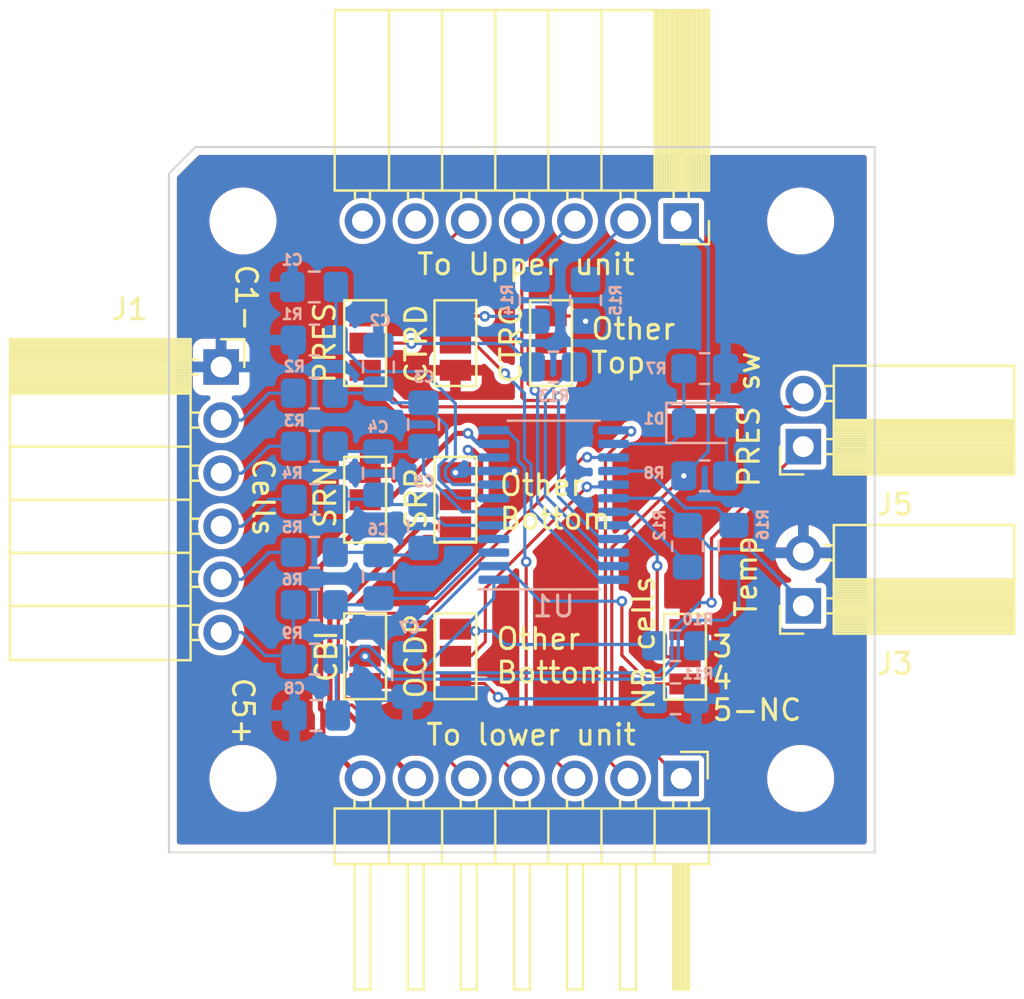
<source format=kicad_pcb>
(kicad_pcb (version 20211014) (generator pcbnew)

  (general
    (thickness 1.6)
  )

  (paper "A4")
  (layers
    (0 "F.Cu" signal)
    (31 "B.Cu" signal)
    (32 "B.Adhes" user "B.Adhesive")
    (33 "F.Adhes" user "F.Adhesive")
    (34 "B.Paste" user)
    (35 "F.Paste" user)
    (36 "B.SilkS" user "B.Silkscreen")
    (37 "F.SilkS" user "F.Silkscreen")
    (38 "B.Mask" user)
    (39 "F.Mask" user)
    (40 "Dwgs.User" user "User.Drawings")
    (41 "Cmts.User" user "User.Comments")
    (42 "Eco1.User" user "User.Eco1")
    (43 "Eco2.User" user "User.Eco2")
    (44 "Edge.Cuts" user)
    (45 "Margin" user)
    (46 "B.CrtYd" user "B.Courtyard")
    (47 "F.CrtYd" user "F.Courtyard")
    (48 "B.Fab" user)
    (49 "F.Fab" user)
    (50 "User.1" user)
    (51 "User.2" user)
    (52 "User.3" user)
    (53 "User.4" user)
    (54 "User.5" user)
    (55 "User.6" user)
    (56 "User.7" user)
    (57 "User.8" user)
    (58 "User.9" user)
  )

  (setup
    (stackup
      (layer "F.SilkS" (type "Top Silk Screen"))
      (layer "F.Paste" (type "Top Solder Paste"))
      (layer "F.Mask" (type "Top Solder Mask") (thickness 0.01))
      (layer "F.Cu" (type "copper") (thickness 0.035))
      (layer "dielectric 1" (type "core") (thickness 1.51) (material "FR4") (epsilon_r 4.5) (loss_tangent 0.02))
      (layer "B.Cu" (type "copper") (thickness 0.035))
      (layer "B.Mask" (type "Bottom Solder Mask") (thickness 0.01))
      (layer "B.Paste" (type "Bottom Solder Paste"))
      (layer "B.SilkS" (type "Bottom Silk Screen"))
      (copper_finish "None")
      (dielectric_constraints no)
    )
    (pad_to_mask_clearance 0)
    (pcbplotparams
      (layerselection 0x00010fc_ffffffff)
      (disableapertmacros false)
      (usegerberextensions false)
      (usegerberattributes true)
      (usegerberadvancedattributes true)
      (creategerberjobfile true)
      (svguseinch false)
      (svgprecision 6)
      (excludeedgelayer true)
      (plotframeref false)
      (viasonmask false)
      (mode 1)
      (useauxorigin false)
      (hpglpennumber 1)
      (hpglpenspeed 20)
      (hpglpendiameter 15.000000)
      (dxfpolygonmode true)
      (dxfimperialunits true)
      (dxfusepcbnewfont true)
      (psnegative false)
      (psa4output false)
      (plotreference true)
      (plotvalue true)
      (plotinvisibletext false)
      (sketchpadsonfab false)
      (subtractmaskfromsilk false)
      (outputformat 1)
      (mirror false)
      (drillshape 0)
      (scaleselection 1)
      (outputdirectory "")
    )
  )

  (net 0 "")
  (net 1 "/VC0")
  (net 2 "GND")
  (net 3 "/VC1")
  (net 4 "/VC2")
  (net 5 "/VC3")
  (net 6 "/VC4")
  (net 7 "/VC5")
  (net 8 "/AVDD")
  (net 9 "/VDD")
  (net 10 "/LD")
  (net 11 "Net-(D1-Pad2)")
  (net 12 "/B5+")
  (net 13 "Net-(J1-Pad2)")
  (net 14 "Net-(J3-Pad1)")
  (net 15 "Net-(J5-Pad2)")
  (net 16 "/PACK-")
  (net 17 "/CBI_in")
  (net 18 "/LPWR_in")
  (net 19 "/CSG_in")
  (net 20 "/DSG_in")
  (net 21 "unconnected-(J13-Pad6)")
  (net 22 "/CBI_out")
  (net 23 "/CSG")
  (net 24 "/DSG")
  (net 25 "/SRP_out")
  (net 26 "/SRN_out")
  (net 27 "Net-(J1-Pad3)")
  (net 28 "/OCDP")
  (net 29 "Net-(J1-Pad4)")
  (net 30 "Net-(J1-Pad5)")
  (net 31 "/CTRD")
  (net 32 "/SRN")
  (net 33 "/CTRC")
  (net 34 "Net-(JP1-Pad1)")
  (net 35 "/SRP")
  (net 36 "/CBI")
  (net 37 "/LPWR")
  (net 38 "Net-(R12-Pad1)")
  (net 39 "/PRES")
  (net 40 "Net-(JP1-Pad3)")
  (net 41 "Net-(JP2-Pad2)")
  (net 42 "Net-(JP3-Pad3)")
  (net 43 "Net-(JP5-Pad3)")
  (net 44 "unconnected-(J13-Pad7)")
  (net 45 "Net-(JP9-Pad2)")
  (net 46 "Net-(JP7-Pad2)")

  (footprint "Jumper:SolderJumper-3_P1.3mm_Open_Pad1.0x1.5mm_NumberLabels" (layer "F.Cu") (at 68.072 84.582 90))

  (footprint "Jumper:SolderJumper-3_P1.3mm_Open_Pad1.0x1.5mm_NumberLabels" (layer "F.Cu") (at 63.5 99.568 -90))

  (footprint "Connector_PinSocket_2.54mm:PinSocket_1x07_P2.54mm_Horizontal" (layer "F.Cu") (at 74.295 78.74 -90))

  (footprint "Jumper:SolderJumper-3_P1.3mm_Open_Pad1.0x1.5mm_NumberLabels" (layer "F.Cu") (at 59.182 84.582 90))

  (footprint "Connector_PinSocket_2.54mm:PinSocket_1x06_P2.54mm_Horizontal" (layer "F.Cu") (at 52.295 85.725))

  (footprint "Connector_PinHeader_2.54mm:PinHeader_1x07_P2.54mm_Horizontal" (layer "F.Cu") (at 74.295 105.41 -90))

  (footprint "Jumper:SolderJumper-3_P1.3mm_Open_Pad1.0x1.5mm_NumberLabels" (layer "F.Cu") (at 59.182 99.568 -90))

  (footprint "MountingHole:MountingHole_2.7mm_M2.5_ISO7380" (layer "F.Cu") (at 53.34 105.41))

  (footprint "Connector_PinSocket_2.54mm:PinSocket_1x02_P2.54mm_Horizontal" (layer "F.Cu") (at 80.137 97.155 180))

  (footprint "Jumper:SolderJumper-3_P1.3mm_Open_Pad1.0x1.5mm_NumberLabels" (layer "F.Cu") (at 63.5 92.075 -90))

  (footprint "MountingHole:MountingHole_2.7mm_M2.5_ISO7380" (layer "F.Cu") (at 53.34 78.74))

  (footprint "Connector_PinSocket_2.54mm:PinSocket_1x02_P2.54mm_Horizontal" (layer "F.Cu") (at 80.137 89.535 180))

  (footprint "Jumper:SolderJumper-3_P1.3mm_Open_Pad1.0x1.5mm_NumberLabels" (layer "F.Cu") (at 63.5 84.582 90))

  (footprint "MountingHole:MountingHole_2.7mm_M2.5_ISO7380" (layer "F.Cu") (at 80.01 78.74))

  (footprint "MountingHole:MountingHole_2.7mm_M2.5_ISO7380" (layer "F.Cu") (at 80.01 105.41))

  (footprint "Jumper:SolderJumper-3_P1.3mm_Open_Pad1.0x1.5mm_NumberLabels" (layer "F.Cu") (at 59.182 92.075 -90))

  (footprint "Jumper:SolderJumper-3_P1.3mm_Open_Pad1.0x1.5mm_NumberLabels" (layer "F.Cu") (at 74.48 99.59 -90))

  (footprint "Resistor_SMD:R_0805_2012Metric_Pad1.20x1.40mm_HandSolder" (layer "B.Cu") (at 56.75 97.1))

  (footprint "Resistor_SMD:R_0805_2012Metric_Pad1.20x1.40mm_HandSolder" (layer "B.Cu") (at 56.766 99.7))

  (footprint "Resistor_SMD:R_0805_2012Metric_Pad1.20x1.40mm_HandSolder" (layer "B.Cu") (at 56.753 86.9735))

  (footprint "Resistor_SMD:R_0805_2012Metric_Pad1.20x1.40mm_HandSolder" (layer "B.Cu") (at 56.753 94.5935))

  (footprint "Capacitor_SMD:C_0805_2012Metric_Pad1.18x1.45mm_HandSolder" (layer "B.Cu") (at 59.817 95.758 90))

  (footprint "Resistor_SMD:R_0805_2012Metric_Pad1.20x1.40mm_HandSolder" (layer "B.Cu") (at 68.183 85.725))

  (footprint "Resistor_SMD:R_0805_2012Metric_Pad1.20x1.40mm_HandSolder" (layer "B.Cu") (at 56.753 84.4335))

  (footprint "Diode_SMD:D_0805_2012Metric_Pad1.15x1.40mm_HandSolder" (layer "B.Cu") (at 75.447 88.4))

  (footprint "Resistor_SMD:R_0805_2012Metric_Pad1.20x1.40mm_HandSolder" (layer "B.Cu") (at 74.025 101.6 180))

  (footprint "Capacitor_SMD:C_0805_2012Metric_Pad1.18x1.45mm_HandSolder" (layer "B.Cu") (at 56.8375 102.4))

  (footprint "Resistor_SMD:R_0805_2012Metric_Pad1.20x1.40mm_HandSolder" (layer "B.Cu") (at 75.422 90.932 180))

  (footprint "Capacitor_SMD:C_0805_2012Metric_Pad1.18x1.45mm_HandSolder" (layer "B.Cu") (at 61.976 93.345 90))

  (footprint "Resistor_SMD:R_0805_2012Metric_Pad1.20x1.40mm_HandSolder" (layer "B.Cu") (at 56.785 92.0535))

  (footprint "Resistor_SMD:R_0805_2012Metric_Pad1.20x1.40mm_HandSolder" (layer "B.Cu") (at 76.82 94.3 -90))

  (footprint "Resistor_SMD:R_0805_2012Metric_Pad1.20x1.40mm_HandSolder" (layer "B.Cu") (at 74.6 94.3 90))

  (footprint "Capacitor_SMD:C_0805_2012Metric_Pad1.18x1.45mm_HandSolder" (layer "B.Cu") (at 59.817 85.725 90))

  (footprint "Package_SO:TSSOP-24_4.4x7.8mm_P0.65mm" (layer "B.Cu") (at 68.199 92.329))

  (footprint "Resistor_SMD:R_0805_2012Metric_Pad1.20x1.40mm_HandSolder" (layer "B.Cu") (at 56.753 89.5135))

  (footprint "Capacitor_SMD:C_0805_2012Metric_Pad1.18x1.45mm_HandSolder" (layer "B.Cu") (at 59.817 90.805 90))

  (footprint "Capacitor_SMD:C_0805_2012Metric_Pad1.18x1.45mm_HandSolder" (layer "B.Cu") (at 61.214 100.457 90))

  (footprint "Capacitor_SMD:C_0805_2012Metric_Pad1.18x1.45mm_HandSolder" (layer "B.Cu") (at 56.7475 81.8935 180))

  (footprint "Resistor_SMD:R_0805_2012Metric_Pad1.20x1.40mm_HandSolder" (layer "B.Cu") (at 74.025 99.06 180))

  (footprint "Resistor_SMD:R_0805_2012Metric_Pad1.20x1.40mm_HandSolder" (layer "B.Cu") (at 69.723 82.534 -90))

  (footprint "Resistor_SMD:R_0805_2012Metric_Pad1.20x1.40mm_HandSolder" (layer "B.Cu") (at 75.422 85.8))

  (footprint "Resistor_SMD:R_0805_2012Metric_Pad1.20x1.40mm_HandSolder" (layer "B.Cu") (at 67.31 82.534 -90))

  (footprint "Capacitor_SMD:C_0805_2012Metric_Pad1.18x1.45mm_HandSolder" (layer "B.Cu") (at 61.976 88.476 90))

  (gr_line (start 49.8 76.47) (end 49.8 108.95) (layer "Edge.Cuts") (width 0.1) (tstamp 07de3413-2414-4636-940d-f7bcf586e76a))
  (gr_line (start 49.8 108.95) (end 83.55 108.95) (layer "Edge.Cuts") (width 0.1) (tstamp 162ca868-91b7-4667-8884-3cae385a3fb9))
  (gr_line (start 49.8 76.47) (end 51.07 75.2) (layer "Edge.Cuts") (width 0.1) (tstamp 7c172672-6432-4443-b06d-6b95ea08d582))
  (gr_line (start 83.55 108.95) (end 83.55 75.2) (layer "Edge.Cuts") (width 0.1) (tstamp 89ae3cee-05ff-44f5-a35b-679fe3785e06))
  (gr_line (start 51.07 75.2) (end 83.55 75.2) (layer "Edge.Cuts") (width 0.1) (tstamp b87b02a8-08fd-437d-8443-680e3e0bf60e))
  (gr_text "C1-" (at 53.4924 80.7212 270) (layer "F.SilkS") (tstamp 393e5e4d-4023-4c1f-a465-8acbcec670ea)
    (effects (font (size 1 1) (thickness 0.15)) (justify left))
  )
  (gr_text "3" (at 75.7 99.1) (layer "F.SilkS") (tstamp 51312db8-914c-4500-8545-476de648dcf9)
    (effects (font (size 1 1) (thickness 0.15)) (justify left))
  )
  (gr_text "Other\nTop" (at 69.91 84.71) (layer "F.SilkS") (tstamp 57da5393-9a9e-4730-97ad-b871d42ba2fe)
    (effects (font (size 1 1) (thickness 0.15)) (justify left))
  )
  (gr_text "C5+" (at 53.34 100.5 270) (layer "F.SilkS") (tstamp 73eaeb09-117a-4a6f-a42c-8a1f68815581)
    (effects (font (size 1 1) (thickness 0.15)) (justify left))
  )
  (gr_text "5-NC" (at 75.7 102.14) (layer "F.SilkS") (tstamp a4c13f9e-b43f-43f0-98e8-c7eab99ceeaf)
    (effects (font (size 1 1) (thickness 0.15)) (justify left))
  )
  (gr_text "4" (at 75.67 100.63) (layer "F.SilkS") (tstamp a94c7fc0-b6ce-496f-b496-cf2cf22b0a92)
    (effects (font (size 1 1) (thickness 0.15)) (justify left))
  )
  (gr_text "Other\nBottom" (at 65.37 99.54) (layer "F.SilkS") (tstamp aeb032a6-9e21-4279-b9b8-c2a374477f22)
    (effects (font (size 1 1) (thickness 0.15)) (justify left))
  )
  (gr_text "Other\nBottom" (at 65.53 92.18) (layer "F.SilkS") (tstamp e2aa0b59-8747-4874-987e-f2a635d033c8)
    (effects (font (size 1 1) (thickness 0.15)) (justify left))
  )

  (segment (start 63.495699 90.097506) (end 63.017898 90.575307) (width 0.1524) (layer "B.Cu") (net 1) (tstamp 0b6f9f9f-c810-455c-a334-73d492ec5c79))
  (segment (start 59.2659 85.9464) (end 57.753 84.4335) (width 0.1524) (layer "B.Cu") (net 1) (tstamp 315f649e-815d-4960-b1f2-e0237efe5c26))
  (segment (start 61.973243 85.9464) (end 59.2659 85.9464) (width 0.1524) (layer "B.Cu") (net 1) (tstamp 331014ed-4e74-4e2b-8600-f69fdb08082e))
  (segment (start 57.785 84.4015) (end 57.753 84.4335) (width 0.1524) (layer "B.Cu") (net 1) (tstamp 80e086d3-e845-4a1c-bd98-40f755ac336c))
  (segment (start 63.397205 91.354) (end 65.3365 91.354) (width 0.1524) (layer "B.Cu") (net 1) (tstamp ce2c1e3c-63d6-4452-a48b-69a19d471054))
  (segment (start 63.495699 87.468856) (end 61.973243 85.9464) (width 0.1524) (layer "B.Cu") (net 1) (tstamp d04974cf-4461-4dd0-a87c-b2d80a250b9a))
  (segment (start 63.017898 90.575307) (end 63.017898 90.974693) (width 0.1524) (layer "B.Cu") (net 1) (tstamp d824c155-8aba-4dd3-8881-455bdc9997a1))
  (segment (start 63.495699 87.468856) (end 63.495699 90.097506) (width 0.1524) (layer "B.Cu") (net 1) (tstamp dece3626-ae72-4916-bb6d-73b0fa14ceba))
  (segment (start 57.785 81.8935) (end 57.785 84.4015) (width 0.1524) (layer "B.Cu") (net 1) (tstamp df31ccd7-c12d-4e93-b7a2-d9e581b0bdc1))
  (segment (start 63.017898 90.974693) (end 63.397205 91.354) (width 0.1524) (layer "B.Cu") (net 1) (tstamp ec168a1d-12d8-49a4-8e1f-98319dd3df79))
  (via (at 66.323348 90.713152) (size 0.508) (drill 0.254) (layers "F.Cu" "B.Cu") (net 2) (tstamp 8f506015-9d84-45dc-a115-ff9797aab6b2))
  (via (at 63.500002 90.775) (size 0.508) (drill 0.254) (layers "F.Cu" "B.Cu") (net 2) (tstamp f40a80c5-bb64-47ad-9d3c-d1b5810c6e1d))
  (segment (start 63.56185 90.713152) (end 63.500002 90.775) (width 0.1524) (layer "B.Cu") (net 2) (tstamp b5e225a5-3cf2-41bb-adb5-9ceb9b95373e))
  (segment (start 66.323348 90.713152) (end 63.56185 90.713152) (width 0.1524) (layer "B.Cu") (net 2) (tstamp e82f39b5-bf78-4a35-b7a0-7a542623ef8d))
  (segment (start 62.713597 90.449262) (end 62.713597 91.100738) (width 0.1524) (layer "B.Cu") (net 3) (tstamp 51df7db6-634e-4948-8c66-e7a5bc865d34))
  (segment (start 57.753 86.9735) (end 59.606 86.9735) (width 0.1524) (layer "B.Cu") (net 3) (tstamp 7c51d3e1-95e2-4557-9cb3-1d920b2d202c))
  (segment (start 60.493 87.4385) (end 61.976 87.4385) (width 0.1524) (layer "B.Cu") (net 3) (tstamp 8334487d-d0e4-4bf8-a0d2-8a644a295e56))
  (segment (start 61.976 87.4385) (end 63.081099 88.543599) (width 0.1524) (layer "B.Cu") (net 3) (tstamp 9420f3ee-b4fa-4d02-97ee-095dc5d72ac7))
  (segment (start 63.081099 90.081759) (end 62.713597 90.449262) (width 0.1524) (layer "B.Cu") (net 3) (tstamp ab51fc0d-5e0f-4bda-86c5-971ad641d711))
  (segment (start 59.817 86.7625) (end 60.493 87.4385) (width 0.1524) (layer "B.Cu") (net 3) (tstamp ac954a6b-2cd3-45fd-9dfa-9698f38d144f))
  (segment (start 63.616859 92.004) (end 65.3365 92.004) (width 0.1524) (layer "B.Cu") (net 3) (tstamp b8de50e5-bb89-41ba-bd32-9db7235569c5))
  (segment (start 63.081099 88.543599) (end 63.081099 90.081759) (width 0.1524) (layer "B.Cu") (net 3) (tstamp c429d5ed-307f-477a-913d-02247163f00e))
  (segment (start 59.606 86.9735) (end 59.817 86.7625) (width 0.1524) (layer "B.Cu") (net 3) (tstamp cf5fd9c4-65a5-4316-98fd-65fdfe017bb5))
  (segment (start 62.713597 91.100738) (end 63.616859 92.004) (width 0.1524) (layer "B.Cu") (net 3) (tstamp e7342e1d-720f-48df-b6f1-fd7850d87f92))
  (segment (start 61.976 89.5135) (end 61.976 90.793487) (width 0.1524) (layer "B.Cu") (net 4) (tstamp 1a98b245-de9d-4204-b569-0a16aaef48b5))
  (segment (start 63.836513 92.654) (end 65.3365 92.654) (width 0.1524) (layer "B.Cu") (net 4) (tstamp 72926bfc-aeee-4603-b77a-238065ec4950))
  (segment (start 58.007 89.7675) (end 59.817 89.7675) (width 0.1524) (layer "B.Cu") (net 4) (tstamp 756a6682-b82c-4a08-902c-6a097759372e))
  (segment (start 61.976 90.793487) (end 63.836513 92.654) (width 0.1524) (layer "B.Cu") (net 4) (tstamp 882f531b-1c3a-4241-9c18-8ea0f9d6aa75))
  (segment (start 57.753 89.5135) (end 58.007 89.7675) (width 0.1524) (layer "B.Cu") (net 4) (tstamp 90db663d-17e4-496d-9185-f22c362ec266))
  (segment (start 61.722 89.7675) (end 61.976 89.5135) (width 0.1524) (layer "B.Cu") (net 4) (tstamp e04f1419-4d75-4545-b7d7-f4c87ffa8c6f))
  (segment (start 59.817 89.7675) (end 61.722 89.7675) (width 0.1524) (layer "B.Cu") (net 4) (tstamp f1f2d9ec-4861-40db-a3e9-cb807e20d495))
  (segment (start 61.976 92.3075) (end 62.9725 93.304) (width 0.1524) (layer "B.Cu") (net 5) (tstamp 14ba1477-53d4-45cf-b7d5-c91585be7722))
  (segment (start 57.785 92.0535) (end 59.606 92.0535) (width 0.1524) (layer "B.Cu") (net 5) (tstamp 207a7ba7-7cd2-4ba3-8981-c0313fc0b500))
  (segment (start 62.9725 93.304) (end 65.3365 93.304) (width 0.1524) (layer "B.Cu") (net 5) (tstamp 3b59005e-b327-44d7-870a-7995aad78b2a))
  (segment (start 60.282 92.3075) (end 61.976 92.3075) (width 0.1524) (layer "B.Cu") (net 5) (tstamp 5dd965ee-392a-4a91-a172-5811e5f39bc0))
  (segment (start 59.606 92.0535) (end 59.817 91.8425) (width 0.1524) (layer "B.Cu") (net 5) (tstamp efe88ff8-0677-4822-9d60-7a6654127d8b))
  (segment (start 59.817 91.8425) (end 60.282 92.3075) (width 0.1524) (layer "B.Cu") (net 5) (tstamp f4d346ee-1c10-4a09-8cdf-b6d95fe1e272))
  (segment (start 59.69 94.5935) (end 59.817 94.7205) (width 0.1524) (layer "B.Cu") (net 6) (tstamp 0970d6e3-a3bf-4801-83cc-077b25c84bdd))
  (segment (start 57.753 94.5935) (end 59.69 94.5935) (width 0.1524) (layer "B.Cu") (net 6) (tstamp 37f0b9d0-17e0-4a2f-a0da-5bd1f3d95299))
  (segment (start 61.638 94.7205) (end 61.976 94.3825) (width 0.1524) (layer "B.Cu") (net 6) (tstamp 5a9d0a05-d992-42d3-8ebd-4fc61fcee45f))
  (segment (start 59.817 94.7205) (end 61.638 94.7205) (width 0.1524) (layer "B.Cu") (net 6) (tstamp 5b102636-1dbe-45af-84e1-7633ea5ce49d))
  (segment (start 62.4045 93.954) (end 65.3365 93.954) (width 0.1524) (layer "B.Cu") (net 6) (tstamp 883297cb-4470-4892-b3f7-0bcf3f8331aa))
  (segment (start 61.976 94.3825) (end 62.4045 93.954) (width 0.1524) (layer "B.Cu") (net 6) (tstamp f3f48467-30fd-44b7-bbfb-0a50bc75a57b))
  (segment (start 59.817 96.7955) (end 62.592789 96.7955) (width 0.1524) (layer "B.Cu") (net 7) (tstamp 77eb6685-07af-4ae9-9717-0ce94c76038a))
  (segment (start 59.5125 97.1) (end 59.817 96.7955) (width 0.1524) (layer "B.Cu") (net 7) (tstamp a472b474-5946-41a7-8fc0-cc0dadaffad4))
  (segment (start 62.592789 96.7955) (end 64.784289 94.604) (width 0.1524) (layer "B.Cu") (net 7) (tstamp b4e1ae31-6a99-4478-928d-ba40047f2dfe))
  (segment (start 64.784289 94.604) (end 65.3365 94.604) (width 0.1524) (layer "B.Cu") (net 7) (tstamp da0a8975-b3a4-4e08-abdf-a52781693012))
  (segment (start 57.75 97.1) (end 59.5125 97.1) (width 0.1524) (layer "B.Cu") (net 7) (tstamp ecbe2668-ba83-4a64-9dd7-664b499664d8))
  (segment (start 71.46 99.52) (end 71.46 96.93) (width 0.1524) (layer "F.Cu") (net 8) (tstamp 115d402d-7dbd-4611-b247-e8fc80e14307))
  (segment (start 72.83 100.89) (end 71.46 99.52) (width 0.1524) (layer "F.Cu") (net 8) (tstamp 201bdb26-c1ff-4df1-ac2e-683f647667b1))
  (segment (start 74.48 100.89) (end 72.83 100.89) (width 0.1524) (layer "F.Cu") (net 8) (tstamp 8bfc95b5-854c-4a84-9b05-1455f80d642f))
  (via (at 71.46 96.93) (size 0.508) (drill 0.254) (layers "F.Cu" "B.Cu") (net 8) (tstamp 269319dc-b498-4056-b7df-479a932b5cc5))
  (segment (start 65.3365 95.254) (end 65.888711 95.254) (width 0.1524) (layer "B.Cu") (net 8) (tstamp 335f6066-fde7-4084-b5d7-a6281fb3a50a))
  (segment (start 65.888711 95.254) (end 67.564711 96.93) (width 0.1524) (layer "B.Cu") (net 8) (tstamp 9fb5040b-1bb9-41db-8882-d729305e8ee6))
  (segment (start 61.214 98.824289) (end 64.784289 95.254) (width 0.1524) (layer "B.Cu") (net 8) (tstamp b98dcfc5-ac95-4c09-a268-f399fb421484))
  (segment (start 64.784289 95.254) (end 65.3365 95.254) (width 0.1524) (layer "B.Cu") (net 8) (tstamp c6d5c2dc-03d2-4ded-b986-864d53c87143))
  (segment (start 61.214 99.4195) (end 61.214 98.824289) (width 0.1524) (layer "B.Cu") (net 8) (tstamp f5b1d887-4aa3-494b-9af4-bf445ac8c90a))
  (segment (start 67.564711 96.93) (end 71.46 96.93) (width 0.1524) (layer "B.Cu") (net 8) (tstamp f84a396d-2422-406b-9143-b51fca9c916c))
  (segment (start 75.745744 93.926256) (end 75.745744 96.995744) (width 0.1524) (layer "F.Cu") (net 9) (tstamp 9a0d0f29-cd08-444e-ac8b-bc0e100f09be))
  (segment (start 80.137 89.535) (end 75.745744 93.926256) (width 0.1524) (layer "F.Cu") (net 9) (tstamp a3415ff9-6740-4b1b-a806-5a1c4fe53bc5))
  (via (at 75.745744 96.995744) (size 0.508) (drill 0.254) (layers "F.Cu" "B.Cu") (net 9) (tstamp f2f683c1-b978-49db-b1ad-0355f85e4d3d))
  (segment (start 57.8 100.8) (end 57.8 100.268207) (width 0.1524) (layer "B.Cu") (net 9) (tstamp 0249fb8b-19b2-4f1b-b22f-666f2ba56048))
  (segment (start 60.651492 100.355699) (end 61.763955 100.355699) (width 0.1524) (layer "B.Cu") (net 9) (tstamp 03d150fc-2b1a-446a-8cc5-918023e5762d))
  (segment (start 57.8035 100.5965) (end 57.8035 99.5785) (width 0.1524) (layer "B.Cu") (net 9) (tstamp 30be6db6-da84-4370-8de0-7279ed6c0ba1))
  (segment (start 57.8035 102) (end 57.8035 100.5965) (width 0.1524) (layer "B.Cu") (net 9) (tstamp 39b407cd-2565-4483-a435-607f9fbf4b07))
  (segment (start 65.3365 96.786343) (end 65.3365 95.904) (width 0.1524) (layer "B.Cu") (net 9) (tstamp 5ea374ea-a040-4c2c-bd9a-652ac1753bf5))
  (segment (start 59.381693 99.0859) (end 60.651492 100.355699) (width 0.1524) (layer "B.Cu") (net 9) (tstamp 60c2ca73-2d05-424b-bbe4-875a16c57c8f))
  (segment (start 75.182066 96.995744) (end 75.745744 96.995744) (width 0.1524) (layer "B.Cu") (net 9) (tstamp 6ccb1aef-2c4f-4258-ba93-8121c77915c2))
  (segment (start 57.8 100.268207) (end 58.982307 99.0859) (width 0.1524) (layer "B.Cu") (net 9) (tstamp 870983e0-e210-43d3-9a07-7b0b5308f357))
  (segment (start 61.763955 100.355699) (end 73.206144 100.355699) (width 0.1524) (layer "B.Cu") (net 9) (tstamp abe21829-6139-4556-8ade-30f122f6b945))
  (segment (start 61.767144 100.355699) (end 65.3365 96.786343) (width 0.1524) (layer "B.Cu") (net 9) (tstamp b112093d-45dc-4a19-94bb-82b7f5c33166))
  (segment (start 73.8536 98.32421) (end 75.182066 96.995744) (width 0.1524) (layer "B.Cu") (net 9) (tstamp c4724230-1d40-4a69-98cf-0da65f143f70))
  (segment (start 61.763955 100.355699) (end 61.767144 100.355699) (width 0.1524) (layer "B.Cu") (net 9) (tstamp ce097056-290f-427a-9205-cc0895384703))
  (segment (start 73.206144 100.355699) (end 73.8536 99.708243) (width 0.1524) (layer "B.Cu") (net 9) (tstamp ed8a1250-f511-4b17-a932-7803ab53e095))
  (segment (start 58.982307 99.0859) (end 59.381693 99.0859) (width 0.1524) (layer "B.Cu") (net 9) (tstamp fe905450-4468-4bee-9c11-75372a2750fd))
  (segment (start 73.8536 99.708243) (end 73.8536 98.32421) (width 0.1524) (layer "B.Cu") (net 9) (tstamp ff9fe79f-b490-4e90-b0bb-c5811e0a3336))
  (segment (start 71.0615 89.404) (end 73.791 89.404) (width 0.1524) (layer "B.Cu") (net 10) (tstamp 0a74ee85-c25e-426e-aae4-39f592fc312b))
  (segment (start 74.422 88.773) (end 74.422 85.8) (width 0.1524) (layer "B.Cu") (net 10) (tstamp 4695dcb0-f9be-41fa-9f63-63b9a5c35340))
  (segment (start 73.791 89.404) (end 74.422 88.773) (width 0.1524) (layer "B.Cu") (net 10) (tstamp f4d7af9a-8312-45a2-83a3-60da5a108c39))
  (segment (start 76.472 88.773) (end 76.472 90.882) (width 0.1524) (layer "B.Cu") (net 11) (tstamp 730dfbd0-a9b5-42f6-8597-0c6d3bfc94ea))
  (segment (start 76.472 90.882) (end 76.422 90.932) (width 0.1524) (layer "B.Cu") (net 11) (tstamp f553a44a-2dfb-4d32-83d5-90b4b5fb1ba4))
  (segment (start 55.75 99.525) (end 55.766 99.541) (width 0.1524) (layer "B.Cu") (net 12) (tstamp 16f87dbc-3db1-4f9b-a94e-03d6037459d6))
  (segment (start 55.75 97.1) (end 55.75 99.525) (width 0.1524) (layer "B.Cu") (net 12) (tstamp 845c740e-d09c-492c-8374-1392e7920476))
  (segment (start 54.411 99.541) (end 53.295 98.425) (width 0.1524) (layer "B.Cu") (net 12) (tstamp 873fba1b-748d-4b36-a35a-58401089e539))
  (segment (start 53.295 98.425) (end 52.295 98.425) (width 0.1524) (layer "B.Cu") (net 12) (tstamp bc24f9d8-755c-4a34-9db2-b00a5dab9113))
  (segment (start 55.766 99.541) (end 54.411 99.541) (width 0.1524) (layer "B.Cu") (net 12) (tstamp e5e708be-87c8-4e30-9a8c-84c32e3d7992))
  (segment (start 53.295 88.265) (end 54.5865 86.9735) (width 0.1524) (layer "B.Cu") (net 13) (tstamp 2ce23c3a-cec1-4d74-9771-5ece3581ca5c))
  (segment (start 54.5865 86.9735) (end 55.753 86.9735) (width 0.1524) (layer "B.Cu") (net 13) (tstamp 2e63172f-3d1f-4b76-94d9-d3ac1578634a))
  (segment (start 53.295 88.265) (end 52.295 88.265) (width 0.1524) (layer "B.Cu") (net 13) (tstamp d1b7db4d-b09b-4b19-8987-1f10f721fcf9))
  (segment (start 75.7238 94.4238) (end 77.5638 94.4238) (width 0.1524) (layer "B.Cu") (net 14) (tstamp 084012c4-d044-4692-b010-584a45960775))
  (segment (start 71.0615 92.004) (end 73.304 92.004) (width 0.1524) (layer "B.Cu") (net 14) (tstamp 4f2fe105-cd86-4348-b12a-c2f9a3ec31a4))
  (segment (start 80.137 96.997) (end 80.137 97.155) (width 0.1524) (layer "B.Cu") (net 14) (tstamp 720bf8a8-96fd-4945-a676-20f866873d48))
  (segment (start 77.5638 94.4238) (end 80.137 96.997) (width 0.1524) (layer "B.Cu") (net 14) (tstamp b048adef-435b-409b-875b-be3dc564707f))
  (segment (start 73.304 92.004) (end 75.7238 94.4238) (width 0.1524) (layer "B.Cu") (net 14) (tstamp d24e863f-63dc-4351-8cf2-7d491fa0a9d1))
  (segment (start 59.182 85.882) (end 60.93 87.63) (width 0.1524) (layer "F.Cu") (net 15) (tstamp 675290a6-c999-417f-8f29-2a79f4c4f730))
  (segment (start 79.502 87.63) (end 80.137 86.995) (width 0.1524) (layer "F.Cu") (net 15) (tstamp 6cc56896-a4d7-49e1-bcf2-cd4eb5219988))
  (segment (start 60.93 87.63) (end 79.502 87.63) (width 0.1524) (layer "F.Cu") (net 15) (tstamp 71596f49-6c02-4f96-a964-dee165de851b))
  (segment (start 70.9779 94.3761) (end 74.422 90.932) (width 0.1524) (layer "F.Cu") (net 16) (tstamp 7fdf20fe-b6c6-4933-b4c0-a0dbf0ac3d05))
  (segment (start 74.295 105.48) (end 70.9779 102.1629) (width 0.1524) (layer "F.Cu") (net 16) (tstamp 8ef939e7-367f-48eb-861f-ccc56a80e2d7))
  (segment (start 70.9779 102.1629) (end 70.9779 94.3761) (width 0.1524) (layer "F.Cu") (net 16) (tstamp c0be1d7d-b46a-48a0-af1b-6948509bf1eb))
  (via (at 74.422 90.932) (size 0.508) (drill 0.254) (layers "F.Cu" "B.Cu") (net 16) (tstamp af9086d6-2687-49fb-abd4-00e523d64840))
  (segment (start 74.422 90.932) (end 75.5934 89.7606) (width 0.1524) (layer "B.Cu") (net 16) (tstamp 41c552e5-d4b0-4640-983f-2329e6ebf441))
  (segment (start 75.5934 89.7606) (end 75.5934 80.0384) (width 0.1524) (layer "B.Cu") (net 16) (tstamp 664984b8-754d-48f8-afca-ae79f6c8a839))
  (segment (start 75.5934 80.0384) (end 74.295 78.74) (width 0.1524) (layer "B.Cu") (net 16) (tstamp d9027d7e-f125-4140-8632-74c5404079f9))
  (segment (start 66.6743 87.168594) (end 66.831405 87.325699) (width 0.1524) (layer "F.Cu") (net 17) (tstamp 1d9d7ea6-92f5-438c-85da-931699ce9e89))
  (segment (start 68.252201 87.325699) (end 68.43 87.1479) (width 0.1524) (layer "F.Cu") (net 17) (tstamp 50015c5e-66e3-4da6-b0d2-db2e613538b9))
  (segment (start 66.675 78.74) (end 66.6743 78.7407) (width 0.1524) (layer "F.Cu") (net 17) (tstamp 82386e45-2612-466d-a4b9-413bf6e12c78))
  (segment (start 66.831405 87.325699) (end 68.252201 87.325699) (width 0.1524) (layer "F.Cu") (net 17) (tstamp 9aa28dca-c115-4ddf-b614-a302ca5b64f2))
  (segment (start 66.6743 78.7407) (end 66.6743 87.168594) (width 0.1524) (layer "F.Cu") (net 17) (tstamp eb672b41-5ece-42e6-b058-99f98c1f941e))
  (via (at 68.43 87.1479) (size 0.508) (drill 0.254) (layers "F.Cu" "B.Cu") (net 17) (tstamp 3a908c5f-597a-4b54-a5f3-e1bd66601f3b))
  (segment (start 68.43 91.942027) (end 68.43 87.1479) (width 0.1524) (layer "B.Cu") (net 17) (tstamp 265035b6-51f6-430c-906c-4bca7c4ab7fe))
  (segment (start 71.0615 93.954) (end 70.441973 93.954) (width 0.1524) (layer "B.Cu") (net 17) (tstamp 943bda17-76af-4506-9cfc-d0b727865941))
  (segment (start 70.441973 93.954) (end 68.43 91.942027) (width 0.1524) (layer "B.Cu") (net 17) (tstamp 9d61619e-a500-4ea8-9531-7d9aafc2f908))
  (segment (start 59.593 83.282) (end 59.182 83.282) (width 0.1524) (layer "F.Cu") (net 18) (tstamp d8fbeacb-dff4-46df-a397-7225311514cf))
  (segment (start 64.135 78.74) (end 59.593 83.282) (width 0.1524) (layer "F.Cu") (net 18) (tstamp e0816630-d977-4549-928d-c53097a75431))
  (segment (start 69.723 80.772) (end 71.755 78.74) (width 0.1524) (layer "B.Cu") (net 19) (tstamp 28af7d92-5c64-4ed7-9110-01bd24072591))
  (segment (start 69.723 81.534) (end 69.723 80.772) (width 0.1524) (layer "B.Cu") (net 19) (tstamp 2ec1ba4b-f0d6-4caf-a1fe-d5b213f364de))
  (segment (start 67.31 81.534) (end 67.31 80.645) (width 0.1524) (layer "B.Cu") (net 20) (tstamp 6eeb0d84-0ab7-42c4-a494-903127b534d1))
  (segment (start 67.31 80.645) (end 69.215 78.74) (width 0.1524) (layer "B.Cu") (net 20) (tstamp ca004a58-0f92-4b66-9824-7eeb1ee44e8b))
  (segment (start 58.687652 101.5966) (end 58.2034 101.5966) (width 0.1524) (layer "F.Cu") (net 22) (tstamp 36f847f7-6c54-46a9-8c99-afb4b478b1e2))
  (segment (start 65.1402 103.9452) (end 61.036252 103.9452) (width 0.1524) (layer "F.Cu") (net 22) (tstamp 5c0bfc07-b834-4ed9-87d3-b3220474fec7))
  (segment (start 58.2034 101.5966) (end 58.2034 98.268) (width 0.1524) (layer "F.Cu") (net 22) (tstamp 8630dcf7-97da-468f-bb27-a1f37e0adf29))
  (segment (start 58.2034 98.268) (end 59.182 98.268) (width 0.1524) (layer "F.Cu") (net 22) (tstamp 986a91ae-df08-470b-b5c3-f09ed1a3bc1d))
  (segment (start 61.036252 103.9452) (end 58.687652 101.5966) (width 0.1524) (layer "F.Cu") (net 22) (tstamp b123b522-d17b-4c49-9dde-7c9262404f98))
  (segment (start 66.195699 105.000699) (end 65.1402 103.9452) (width 0.1524) (layer "F.Cu") (net 22) (tstamp fd765e16-50f1-4a94-94e1-ebf7ebfb1fbb))
  (segment (start 70.673599 104.398599) (end 70.673599 90.026401) (width 0.1524) (layer "F.Cu") (net 23) (tstamp 9522b413-f458-4e12-a9ad-0c5fe1299b37))
  (segment (start 70.673599 90.026401) (end 71.9 88.8) (width 0.1524) (layer "F.Cu") (net 23) (tstamp c3252a10-c2cf-42bf-ba4d-9e21f0ccf38e))
  (segment (start 71.755 105.48) (end 70.673599 104.398599) (width 0.1524) (layer "F.Cu") (net 23) (tstamp ec992901-4014-4121-a5fa-f552235a5973))
  (via (at 71.9 88.8) (size 0.508) (drill 0.254) (layers "F.Cu" "B.Cu") (net 23) (tstamp 1e5940cb-1e39-48b9-862c-477db9948313))
  (segment (start 71.9 88.8) (end 71.1075 88.8) (width 0.1524) (layer "B.Cu") (net 23) (tstamp 4a4734a9-f338-4f5a-91eb-6a98beacfebd))
  (segment (start 71.1075 88.8) (end 71.0615 88.754) (width 0.1524) (layer "B.Cu") (net 23) (tstamp 7db9663a-0000-4fb2-82b7-dd1a0f0abf70))
  (segment (start 66.884253 103.149253) (end 66.884253 95.044253) (width 0.1524) (layer "F.Cu") (net 24) (tstamp 210eaa7b-a65b-4e6f-ac2d-f984b378a681))
  (segment (start 69.215 105.48) (end 66.884253 103.149253) (width 0.1524) (layer "F.Cu") (net 24) (tstamp b5b9c0c0-3e2a-4073-a43e-f9378c04ce35))
  (via (at 66.884253 95.044253) (size 0.508) (drill 0.254) (layers "F.Cu" "B.Cu") (net 24) (tstamp 38689032-2169-4bbe-a684-b5bcfe43d772))
  (segment (start 66.5 89.297973) (end 66.5 90.20801) (width 0.1524) (layer "B.Cu") (net 24) (tstamp 1222a930-22ff-4ff1-9df5-290c2fb9b9a4))
  (segment (start 66.8186 94.9786) (end 66.884253 95.044253) (width 0.1524) (layer "B.Cu") (net 24) (tstamp 5c302e1b-3ee0-44a0-bb06-753f0f7e5690))
  (segment (start 65.956027 88.754) (end 66.5 89.297973) (width 0.1524) (layer "B.Cu") (net 24) (tstamp a60e4cb4-cce6-4006-b3f9-a0114d76a8aa))
  (segment (start 66.5 90.20801) (end 66.8186 90.52661) (width 0.1524) (layer "B.Cu") (net 24) (tstamp b9811d11-bf80-4283-ab32-54b074f95a6e))
  (segment (start 66.8186 90.52661) (end 66.8186 94.9786) (width 0.1524) (layer "B.Cu") (net 24) (tstamp c12f55f7-d2a5-4cff-a860-7711c4df9899))
  (segment (start 65.3365 88.754) (end 65.956027 88.754) (width 0.1524) (layer "B.Cu") (net 24) (tstamp d794a8bf-6e1d-4829-8a42-ce79b9a42885))
  (segment (start 57.911378 102.301602) (end 57.498398 101.888622) (width 0.25) (layer "F.Cu") (net 25) (tstamp 1724244c-fa41-4065-b36b-b4eee7d5e052))
  (segment (start 58.394925 102.301602) (end 57.911378 102.301602) (width 0.25) (layer "F.Cu") (net 25) (tstamp 74b080a0-2a78-4556-9202-5bb68b2fd51c))
  (segment (start 61.595 105.48) (end 61.573323 105.48) (width 0.25) (layer "F.Cu") (net 25) (tstamp 86fa93ae-0717-4c6b-8bc5-d63b18b2c7a5))
  (segment (start 57.498398 97.677725) (end 61.801123 93.375) (width 0.25) (layer "F.Cu") (net 25) (tstamp b53cc075-e1fd-43f8-88ee-a57ffaf21beb))
  (segment (start 61.801123 93.375) (end 63.5 93.375) (width 0.25) (layer "F.Cu") (net 25) (tstamp e8f882ca-a44e-4bb2-bc9e-58e19cec36a0))
  (segment (start 61.573323 105.48) (end 58.394925 102.301602) (width 0.25) (layer "F.Cu") (net 25) (tstamp f93b63d6-c246-4a32-a6bb-7af5978adef1))
  (segment (start 57.498398 101.888622) (end 57.498398 97.677725) (width 0.25) (layer "F.Cu") (net 25) (tstamp faf66483-69c1-4d3a-a5f9-5a430a39f590))
  (segment (start 59.055 105.48) (end 57.159798 103.584798) (width 0.25) (layer "F.Cu") (net 26) (tstamp 2a47644a-1e05-4acb-8c4e-6caf1f5be7cd))
  (segment (start 57.048897 102.074811) (end 57.048898 95.258102) (width 0.25) (layer "F.Cu") (net 26) (tstamp 3d1788c1-ee81-45c9-85c3-52d99abb701c))
  (segment (start 57.048898 95.258102) (end 58.932 93.375) (width 0.25) (layer "F.Cu") (net 26) (tstamp 4a33358f-d904-469d-a4da-a47e539240ec))
  (segment (start 58.932 93.375) (end 59.182 93.375) (width 0.25) (layer "F.Cu") (net 26) (tstamp 6716a97c-3697-4b59-9559-59107461e387))
  (segment (start 57.159798 103.584798) (end 57.159798 102.185712) (width 0.25) (layer "F.Cu") (net 26) (tstamp a21fde1e-755b-4b82-8113-cbd24e911d00))
  (segment (start 57.159798 102.185712) (end 57.048897 102.074811) (width 0.25) (layer "F.Cu") (net 26) (tstamp a87c5dd2-d734-4abe-a65d-fc4719a61bee))
  (segment (start 53.295 90.805) (end 52.295 90.805) (width 0.1524) (layer "B.Cu") (net 27) (tstamp 47d495ed-54a2-4f50-b268-7c4029f0a7b0))
  (segment (start 53.295 90.805) (end 54.5865 89.5135) (width 0.1524) (layer "B.Cu") (net 27) (tstamp 55ee83b4-3969-492c-b316-ba5023dd6cb3))
  (segment (start 54.5865 89.5135) (end 55.753 89.5135) (width 0.1524) (layer "B.Cu") (net 27) (tstamp 7f575071-af60-4fdc-9d2e-a5abb540e636))
  (segment (start 69.786939 91.459773) (end 64.93 96.316712) (width 0.1524) (layer "F.Cu") (net 28) (tstamp 2c583eb4-6760-46ce-868f-c7a84a18db62))
  (segment (start 64.93 98.87) (end 64.27 99.53) (width 0.1524) (layer "F.Cu") (net 28) (tstamp 4b6ee472-fd53-489a-9b59-7967b36d430a))
  (segment (start 64.93 96.316712) (end 64.93 98.87) (width 0.1524) (layer "F.Cu") (net 28) (tstamp 8e38972f-eff3-4400-a5fa-58aff0afb87a))
  (via (at 69.786939 91.459773) (size 0.508) (drill 0.254) (layers "F.Cu" "B.Cu") (net 28) (tstamp 03e2b89d-eeab-4c76-be5c-5b3a597d28dc))
  (segment (start 71.0615 91.354) (end 70.955727 91.459773) (width 0.1524) (layer "B.Cu") (net 28) (tstamp 172759dc-45e5-4d61-bc52-2da10ffcff61))
  (segment (start 70.955727 91.459773) (end 69.786939 91.459773) (width 0.1524) (layer "B.Cu") (net 28) (tstamp 5e056fc0-a2ab-416f-8a99-8f6798294276))
  (segment (start 53.295 93.345) (end 54.5865 92.0535) (width 0.1524) (layer "B.Cu") (net 29) (tstamp 2e3435e2-3c80-44d7-a30f-d319b92c6ac3))
  (segment (start 54.5865 92.0535) (end 55.785 92.0535) (width 0.1524) (layer "B.Cu") (net 29) (tstamp 703e5970-74ec-4dfa-beef-53b5eb71c77d))
  (segment (start 53.295 93.345) (end 52.295 93.345) (width 0.1524) (layer "B.Cu") (net 29) (tstamp b82a394b-c0e8-4bcd-b2d0-6cfaa555342d))
  (segment (start 54.5865 94.5935) (end 55.753 94.5935) (width 0.1524) (layer "B.Cu") (net 30) (tstamp 298cdd88-27b7-4feb-b65a-50c00070fc13))
  (segment (start 53.295 95.885) (end 52.295 95.885) (width 0.1524) (layer "B.Cu") (net 30) (tstamp 703b012b-8a15-49f2-a8b8-c2e52effaaca))
  (segment (start 53.295 95.885) (end 54.5865 94.5935) (width 0.1524) (layer "B.Cu") (net 30) (tstamp ccbcb357-80e2-4f90-a980-239d5d48a5ca))
  (segment (start 63.5 84.582) (end 64.4024 84.582) (width 0.1524) (layer "F.Cu") (net 31) (tstamp 1c213c27-675f-412a-9b0b-f52fcc124974))
  (segment (start 64.4024 84.582) (end 65.8602 86.0398) (width 0.1524) (layer "F.Cu") (net 31) (tstamp d314fa54-760a-4a56-9540-2bed2462bc1c))
  (via (at 65.8602 86.0398) (size 0.508) (drill 0.254) (layers "F.Cu" "B.Cu") (net 31) (tstamp 3e9b9bed-925f-43fa-9b6b-b4cfa1d10151))
  (segment (start 70.434346 95.904) (end 67.122901 92.592555) (width 0.1524) (layer "B.Cu") (net 31) (tstamp 40548f7e-57c5-441d-bddd-bf981544cfc3))
  (segment (start 67.122901 90.400565) (end 66.804301 90.081965) (width 0.1524) (layer "B.Cu") (net 31) (tstamp 794a95b0-eb85-49d7-b90e-bc3fd440ca77))
  (segment (start 71.0615 95.904) (end 70.434346 95.904) (width 0.1524) (layer "B.Cu") (net 31) (tstamp 7992213f-7f19-4bb2-9977-111188ea38a9))
  (segment (start 67.122901 92.592555) (end 67.122901 90.400565) (width 0.1524) (layer "B.Cu") (net 31) (tstamp aba33ffa-44f3-43af-90b5-d8ec84266a4f))
  (segment (start 66.804301 86.983901) (end 65.8602 86.0398) (width 0.1524) (layer "B.Cu") (net 31) (tstamp c37ef212-682f-42c0-a407-4497d5371954))
  (segment (start 66.804301 90.081965) (end 66.804301 86.983901) (width 0.1524) (layer "B.Cu") (net 31) (tstamp d691fd44-b769-4a7d-b3a0-5eed71067d60))
  (segment (start 60.35 92.075) (end 63.525 88.9) (width 0.25) (layer "F.Cu") (net 32) (tstamp 0314653c-0dc3-4023-a774-d81cd07e9b7b))
  (segment (start 59.182 92.075) (end 60.35 92.075) (width 0.25) (layer "F.Cu") (net 32) (tstamp b397d692-f9cb-4caa-82e8-3af3c5479cc2))
  (segment (start 63.525 88.9) (end 64.1 88.9) (width 0.25) (layer "F.Cu") (net 32) (tstamp be1ca594-70fe-4a32-b4d5-29883e0867ee))
  (via (at 64.1 88.9) (size 0.508) (drill 0.254) (layers "F.Cu" "B.Cu") (net 32) (tstamp 33a3dc9d-f3ee-498e-8dc5-958ea01d8d5f))
  (segment (start 64.604 89.404) (end 64.1 88.9) (width 0.2) (layer "B.Cu") (net 32) (tstamp 189bae63-27c8-4ba0-ab8d-fdcff5fbf8a6))
  (segment (start 65.3365 89.404) (end 64.604 89.404) (width 0.2) (layer "B.Cu") (net 32) (tstamp 947e4963-a51b-4c75-88a2-d1c181fe36ac))
  (segment (start 66.9791 86.522699) (end 67.3 86.843599) (width 0.1524) (layer "F.Cu") (net 33) (tstamp 714f37b0-641b-4ef1-b38c-7e2506a584c2))
  (segment (start 67.1696 84.582) (end 66.9791 84.7725) (width 0.1524) (layer "F.Cu") (net 33) (tstamp 7ab9fc6a-09c6-441b-92af-efc4e7582164))
  (segment (start 68.072 84.582) (end 67.1696 84.582) (width 0.1524) (layer "F.Cu") (net 33) (tstamp a71b0c5c-e02d-4968-b950-056aec1b6603))
  (segment (start 66.9791 84.7725) (end 66.9791 86.522699) (width 0.1524) (layer "F.Cu") (net 33) (tstamp eaa0e74d-2aa0-4953-a11e-44a9a8237f8d))
  (via (at 67.3 86.843599) (size 0.508) (drill 0.254) (layers "F.Cu" "B.Cu") (net 33) (tstamp 90e693db-740e-49ba-b026-56bb906292d9))
  (segment (start 71.0615 95.254) (end 70.509289 95.254) (width 0.1524) (layer "B.Cu") (net 33) (tstamp 4ba6ca80-7bf8-4a0e-809d-d4b5d8fab6db))
  (segment (start 70.509289 95.254) (end 67.427202 92.171913) (width 0.1524) (layer "B.Cu") (net 33) (tstamp 6e79dec9-dc39-43
... [369605 chars truncated]
</source>
